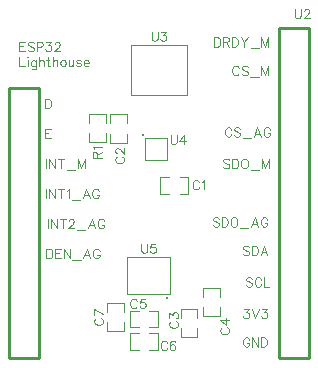
<source format=gbr>
G04 DipTrace 3.0.0.2*
G04 esp32-lighthouse-9dof-single-TopSilk.gbr*
%MOIN*%
G04 #@! TF.FileFunction,Legend,Top*
G04 #@! TF.Part,Single*
%ADD10C,0.009843*%
%ADD16C,0.003937*%
%ADD26C,0.009844*%
%ADD28C,0.008858*%
%ADD58C,0.004632*%
%FSLAX26Y26*%
G04*
G70*
G90*
G75*
G01*
G04 TopSilk*
%LPD*%
X68189Y97441D2*
D16*
X97717D1*
Y152559D1*
X68189D1*
X32756D2*
X3228D1*
Y97441D1*
X32756D1*
X-162559Y296811D2*
Y267283D1*
X-107441D1*
Y296811D1*
Y332244D2*
Y361772D1*
X-162559D1*
Y332244D1*
X127559Y-316811D2*
Y-287283D1*
X72441D1*
Y-316811D1*
Y-352244D2*
Y-381772D1*
X127559D1*
Y-352244D1*
X202559Y-246811D2*
Y-217283D1*
X147441D1*
Y-246811D1*
Y-282244D2*
Y-311772D1*
X202559D1*
Y-282244D1*
X-32283Y-348031D2*
X-2756D1*
Y-292913D1*
X-32283D1*
X-67717D2*
X-97244D1*
Y-348031D1*
X-67717D1*
X-32283Y-423031D2*
X-2756D1*
Y-367913D1*
X-32283D1*
X-67717D2*
X-97244D1*
Y-423031D1*
X-67717D1*
X-117441Y-296811D2*
Y-267283D1*
X-172559D1*
Y-296811D1*
Y-332244D2*
Y-361772D1*
X-117441D1*
Y-332244D1*
X-177441Y333189D2*
Y362717D1*
X-232559D1*
Y333189D1*
Y297756D2*
Y268228D1*
X-177441D1*
Y297756D1*
X-500002Y-450016D2*
D10*
X-400000D1*
Y450016D1*
X-500002D1*
Y-450016D1*
X500002Y649971D2*
X400000D1*
Y-449971D1*
X500002D1*
Y649971D1*
X-92510Y592677D2*
D16*
X92510D1*
Y427323D1*
X-92510D1*
Y592677D1*
X-46613Y281926D2*
X26614D1*
Y208701D1*
X-46613D1*
Y281926D1*
D26*
X-54290Y292557D3*
X35866Y-236022D2*
D16*
X-105866D1*
Y-113976D1*
X35866D1*
Y-236022D1*
D28*
X25527Y-251280D3*
X133004Y134330D2*
D58*
X131578Y137182D1*
X128693Y140067D1*
X125841Y141493D1*
X120104D1*
X117219Y140067D1*
X114367Y137182D1*
X112908Y134330D1*
X111482Y130019D1*
Y122823D1*
X112908Y118545D1*
X114367Y115660D1*
X117219Y112808D1*
X120104Y111349D1*
X125841D1*
X128693Y112808D1*
X131578Y115660D1*
X133004Y118545D1*
X142267Y135723D2*
X145152Y137182D1*
X149463Y141460D1*
Y111349D1*
X-139330Y220609D2*
X-142182Y219183D1*
X-145067Y216298D1*
X-146493Y213446D1*
Y207709D1*
X-145067Y204824D1*
X-142182Y201972D1*
X-139330Y200513D1*
X-135019Y199087D1*
X-127823D1*
X-123545Y200513D1*
X-120660Y201972D1*
X-117808Y204824D1*
X-116349Y207709D1*
Y213446D1*
X-117808Y216298D1*
X-120660Y219183D1*
X-123545Y220609D1*
X-139297Y231331D2*
X-140723D1*
X-143608Y232757D1*
X-145034Y234183D1*
X-146460Y237068D1*
Y242805D1*
X-145034Y245657D1*
X-143608Y247083D1*
X-140723Y248542D1*
X-137871D1*
X-134986Y247083D1*
X-130708Y244231D1*
X-116349Y229872D1*
Y249968D1*
X40670Y-328446D2*
X37818Y-329872D1*
X34933Y-332757D1*
X33507Y-335609D1*
Y-341346D1*
X34933Y-344231D1*
X37818Y-347083D1*
X40670Y-348542D1*
X44981Y-349968D1*
X52177D1*
X56455Y-348542D1*
X59340Y-347083D1*
X62192Y-344231D1*
X63651Y-341346D1*
Y-335609D1*
X62192Y-332757D1*
X59340Y-329872D1*
X56455Y-328446D1*
X33540Y-316298D2*
Y-300546D1*
X45014Y-309135D1*
Y-304824D1*
X46440Y-301972D1*
X47866Y-300546D1*
X52177Y-299087D1*
X55029D1*
X59340Y-300546D1*
X62225Y-303398D1*
X63651Y-307709D1*
Y-312020D1*
X62225Y-316298D1*
X60766Y-317724D1*
X57914Y-319183D1*
X210670Y-349159D2*
X207818Y-350585D1*
X204933Y-353470D1*
X203507Y-356322D1*
Y-362059D1*
X204933Y-364944D1*
X207818Y-367796D1*
X210670Y-369255D1*
X214981Y-370681D1*
X222177D1*
X226455Y-369255D1*
X229340Y-367796D1*
X232192Y-364944D1*
X233651Y-362059D1*
Y-356322D1*
X232192Y-353470D1*
X229340Y-350585D1*
X226455Y-349159D1*
X233651Y-325537D2*
X203540D1*
X223603Y-339896D1*
Y-318374D1*
X-73919Y-261142D2*
X-75345Y-258291D1*
X-78230Y-255405D1*
X-81082Y-253980D1*
X-86819D1*
X-89704Y-255405D1*
X-92556Y-258291D1*
X-94015Y-261142D1*
X-95441Y-265453D1*
Y-272650D1*
X-94015Y-276927D1*
X-92556Y-279813D1*
X-89704Y-282664D1*
X-86819Y-284124D1*
X-81082D1*
X-78230Y-282664D1*
X-75345Y-279813D1*
X-73919Y-276927D1*
X-47444Y-254013D2*
X-61770D1*
X-63196Y-266913D1*
X-61770Y-265487D1*
X-57459Y-264028D1*
X-53181D1*
X-48870Y-265487D1*
X-45985Y-268339D1*
X-44559Y-272650D1*
Y-275501D1*
X-45985Y-279813D1*
X-48870Y-282698D1*
X-53181Y-284124D1*
X-57459D1*
X-61770Y-282698D1*
X-63196Y-281238D1*
X-64655Y-278387D1*
X26811Y-401142D2*
X25385Y-398291D1*
X22500Y-395405D1*
X19648Y-393980D1*
X13911D1*
X11026Y-395405D1*
X8174Y-398291D1*
X6715Y-401142D1*
X5289Y-405453D1*
Y-412650D1*
X6715Y-416927D1*
X8174Y-419813D1*
X11026Y-422664D1*
X13911Y-424124D1*
X19648D1*
X22500Y-422664D1*
X25385Y-419813D1*
X26811Y-416927D1*
X53285Y-398291D2*
X51859Y-395439D1*
X47548Y-394013D1*
X44696D1*
X40385Y-395439D1*
X37500Y-399750D1*
X36074Y-406913D1*
Y-414076D1*
X37500Y-419813D1*
X40385Y-422698D1*
X44696Y-424124D1*
X46122D1*
X50400Y-422698D1*
X53285Y-419813D1*
X54711Y-415501D1*
Y-414076D1*
X53285Y-409765D1*
X50400Y-406913D1*
X46122Y-405487D1*
X44696D1*
X40385Y-406913D1*
X37500Y-409765D1*
X36074Y-414076D1*
X-209330Y-318446D2*
X-212182Y-319872D1*
X-215067Y-322757D1*
X-216493Y-325609D1*
Y-331346D1*
X-215067Y-334231D1*
X-212182Y-337083D1*
X-209330Y-338542D1*
X-205019Y-339968D1*
X-197823D1*
X-193545Y-338542D1*
X-190660Y-337083D1*
X-187808Y-334231D1*
X-186349Y-331346D1*
Y-325609D1*
X-187808Y-322757D1*
X-190660Y-319872D1*
X-193545Y-318446D1*
X-186349Y-303446D2*
X-216460Y-289087D1*
Y-309183D1*
X-207134Y217195D2*
Y230095D1*
X-208593Y234406D1*
X-210019Y235865D1*
X-212871Y237291D1*
X-215756D1*
X-218608Y235865D1*
X-220067Y234406D1*
X-221493Y230095D1*
Y217195D1*
X-191349D1*
X-207134Y227243D2*
X-191349Y237291D1*
X-215723Y246554D2*
X-217182Y249439D1*
X-221460Y253750D1*
X-191349D1*
X452733Y712438D2*
Y690916D1*
X454159Y686605D1*
X457044Y683753D1*
X461355Y682294D1*
X464207D1*
X468518Y683753D1*
X471403Y686605D1*
X472829Y690916D1*
Y712438D1*
X483552Y705242D2*
Y706668D1*
X484977Y709553D1*
X486403Y710979D1*
X489288Y712405D1*
X495025D1*
X497877Y710979D1*
X499303Y709553D1*
X500762Y706668D1*
Y703816D1*
X499303Y700931D1*
X496451Y696653D1*
X482092Y682294D1*
X502188D1*
X-24728Y636611D2*
Y615089D1*
X-23302Y610778D1*
X-20417Y607926D1*
X-16106Y606467D1*
X-13254D1*
X-8943Y607926D1*
X-6058Y610778D1*
X-4632Y615089D1*
Y636611D1*
X7517Y636578D2*
X23269D1*
X14680Y625104D1*
X18991D1*
X21843Y623678D1*
X23269Y622252D1*
X24728Y617941D1*
Y615089D1*
X23269Y610778D1*
X20417Y607893D1*
X16106Y606467D1*
X11795D1*
X7517Y607893D1*
X6091Y609352D1*
X4632Y612204D1*
X38260Y291414D2*
Y269892D1*
X39686Y265581D1*
X42571Y262729D1*
X46882Y261270D1*
X49734D1*
X54045Y262729D1*
X56930Y265581D1*
X58356Y269892D1*
Y291414D1*
X81979Y261270D2*
Y291381D1*
X67620Y271318D1*
X89142D1*
X-59728Y-70043D2*
Y-91564D1*
X-58302Y-95876D1*
X-55417Y-98727D1*
X-51106Y-100187D1*
X-48254D1*
X-43943Y-98727D1*
X-41058Y-95876D1*
X-39632Y-91564D1*
Y-70043D1*
X-13157Y-70076D2*
X-27483D1*
X-28909Y-82976D1*
X-27483Y-81550D1*
X-23172Y-80091D1*
X-18894D1*
X-14583Y-81550D1*
X-11698Y-84402D1*
X-10272Y-88713D1*
Y-91564D1*
X-11698Y-95876D1*
X-14583Y-98761D1*
X-18894Y-100187D1*
X-23172D1*
X-27483Y-98761D1*
X-28909Y-97301D1*
X-30368Y-94450D1*
X-375403Y-87456D2*
Y-117600D1*
X-365355D1*
X-361044Y-116141D1*
X-358159Y-113289D1*
X-356733Y-110404D1*
X-355307Y-106126D1*
Y-98930D1*
X-356733Y-94619D1*
X-358159Y-91767D1*
X-361044Y-88882D1*
X-365355Y-87456D1*
X-375403D1*
X-327407D2*
X-346044D1*
Y-117600D1*
X-327407D1*
X-346044Y-101815D2*
X-334570D1*
X-298047Y-87456D2*
Y-117600D1*
X-318143Y-87456D1*
Y-117600D1*
X-288784Y-122574D2*
X-261525D1*
X-229280Y-117600D2*
X-240787Y-87456D1*
X-252261Y-117600D1*
X-247950Y-107552D2*
X-233591D1*
X-198495Y-94619D2*
X-199921Y-91767D1*
X-202806Y-88882D1*
X-205658Y-87456D1*
X-211395D1*
X-214280Y-88882D1*
X-217132Y-91767D1*
X-218591Y-94619D1*
X-220017Y-98930D1*
Y-106126D1*
X-218591Y-110404D1*
X-217132Y-113289D1*
X-214280Y-116141D1*
X-211395Y-117600D1*
X-205658D1*
X-202806Y-116141D1*
X-199921Y-113289D1*
X-198495Y-110404D1*
Y-106126D1*
X-205658D1*
X-370403Y12544D2*
Y-17600D1*
X-341044Y12544D2*
Y-17600D1*
X-361140Y12544D1*
Y-17600D1*
X-321732Y12544D2*
Y-17600D1*
X-331780Y12544D2*
X-311684D1*
X-300962Y5348D2*
Y6774D1*
X-299536Y9659D1*
X-298110Y11085D1*
X-295225Y12511D1*
X-289488D1*
X-286636Y11085D1*
X-285210Y9659D1*
X-283751Y6774D1*
Y3922D1*
X-285210Y1037D1*
X-288062Y-3241D1*
X-302421Y-17600D1*
X-282325D1*
X-273061Y-22574D2*
X-245802D1*
X-213558Y-17600D2*
X-225065Y12544D1*
X-236539Y-17600D1*
X-232228Y-7552D2*
X-217869D1*
X-182772Y5381D2*
X-184198Y8233D1*
X-187083Y11118D1*
X-189935Y12544D1*
X-195672D1*
X-198557Y11118D1*
X-201409Y8233D1*
X-202868Y5381D1*
X-204294Y1070D1*
Y-6126D1*
X-202868Y-10404D1*
X-201409Y-13289D1*
X-198557Y-16141D1*
X-195672Y-17600D1*
X-189935D1*
X-187083Y-16141D1*
X-184198Y-13289D1*
X-182772Y-10404D1*
Y-6126D1*
X-189935D1*
X-375403Y112544D2*
Y82400D1*
X-346044Y112544D2*
Y82400D1*
X-366140Y112544D1*
Y82400D1*
X-326732Y112544D2*
Y82400D1*
X-336780Y112544D2*
X-316684D1*
X-307421Y106774D2*
X-304536Y108233D1*
X-300225Y112511D1*
Y82400D1*
X-290961Y77426D2*
X-263702D1*
X-231457Y82400D2*
X-242965Y112544D1*
X-254439Y82400D1*
X-250127Y92448D2*
X-235768D1*
X-200672Y105381D2*
X-202098Y108233D1*
X-204983Y111118D1*
X-207835Y112544D1*
X-213572D1*
X-216457Y111118D1*
X-219309Y108233D1*
X-220768Y105381D1*
X-222194Y101070D1*
Y93874D1*
X-220768Y89596D1*
X-219309Y86711D1*
X-216457Y83859D1*
X-213572Y82400D1*
X-207835D1*
X-204983Y83859D1*
X-202098Y86711D1*
X-200672Y89596D1*
Y93874D1*
X-207835D1*
X-375403Y212544D2*
Y182400D1*
X-346044Y212544D2*
Y182400D1*
X-366140Y212544D1*
Y182400D1*
X-326732Y212544D2*
Y182400D1*
X-336780Y212544D2*
X-316684D1*
X-307421Y177426D2*
X-280162D1*
X-247950Y182400D2*
Y212544D1*
X-259424Y182400D1*
X-270898Y212544D1*
Y182400D1*
X-361766Y312544D2*
X-380403D1*
Y282400D1*
X-361766D1*
X-380403Y298185D2*
X-368929D1*
X-380403Y412544D2*
Y382400D1*
X-370355D1*
X-366044Y383859D1*
X-363159Y386711D1*
X-361733Y389596D1*
X-360307Y393874D1*
Y401070D1*
X-361733Y405381D1*
X-363159Y408233D1*
X-366044Y411118D1*
X-370355Y412544D1*
X-380403D1*
X184597Y617544D2*
Y587400D1*
X194645D1*
X198956Y588859D1*
X201841Y591711D1*
X203267Y594596D1*
X204693Y598874D1*
Y606070D1*
X203267Y610381D1*
X201841Y613233D1*
X198956Y616118D1*
X194645Y617544D1*
X184597D1*
X213956Y603185D2*
X226856D1*
X231167Y604644D1*
X232626Y606070D1*
X234052Y608922D1*
Y611807D1*
X232626Y614659D1*
X231167Y616118D1*
X226856Y617544D1*
X213956D1*
Y587400D1*
X224004Y603185D2*
X234052Y587400D1*
X243316Y617544D2*
Y587400D1*
X253364D1*
X257675Y588859D1*
X260560Y591711D1*
X261986Y594596D1*
X263412Y598874D1*
Y606070D1*
X261986Y610381D1*
X260560Y613233D1*
X257675Y616118D1*
X253364Y617544D1*
X243316D1*
X272675D2*
X284149Y603185D1*
Y587400D1*
X295623Y617544D2*
X284149Y603185D1*
X304887Y582426D2*
X332146D1*
X364357Y587400D2*
Y617544D1*
X352883Y587400D1*
X341409Y617544D1*
Y587400D1*
X266119Y515381D2*
X264693Y518233D1*
X261808Y521118D1*
X258956Y522544D1*
X253219D1*
X250334Y521118D1*
X247482Y518233D1*
X246023Y515381D1*
X244597Y511070D1*
Y503874D1*
X246023Y499596D1*
X247482Y496711D1*
X250334Y493859D1*
X253219Y492400D1*
X258956D1*
X261808Y493859D1*
X264693Y496711D1*
X266119Y499596D1*
X295478Y518233D2*
X292626Y521118D1*
X288315Y522544D1*
X282578D1*
X278267Y521118D1*
X275382Y518233D1*
Y515381D1*
X276841Y512496D1*
X278267Y511070D1*
X281119Y509644D1*
X289741Y506759D1*
X292626Y505333D1*
X294052Y503874D1*
X295478Y501022D1*
Y496711D1*
X292626Y493859D1*
X288315Y492400D1*
X282578D1*
X278267Y493859D1*
X275382Y496711D1*
X304742Y487426D2*
X332001D1*
X364212Y492400D2*
Y522544D1*
X352738Y492400D1*
X341264Y522544D1*
Y492400D1*
X241119Y310381D2*
X239693Y313233D1*
X236808Y316118D1*
X233956Y317544D1*
X228219D1*
X225334Y316118D1*
X222482Y313233D1*
X221023Y310381D1*
X219597Y306070D1*
Y298874D1*
X221023Y294596D1*
X222482Y291711D1*
X225334Y288859D1*
X228219Y287400D1*
X233956D1*
X236808Y288859D1*
X239693Y291711D1*
X241119Y294596D1*
X270478Y313233D2*
X267626Y316118D1*
X263315Y317544D1*
X257578D1*
X253267Y316118D1*
X250382Y313233D1*
Y310381D1*
X251841Y307496D1*
X253267Y306070D1*
X256119Y304644D1*
X264741Y301759D1*
X267626Y300333D1*
X269052Y298874D1*
X270478Y296022D1*
Y291711D1*
X267626Y288859D1*
X263315Y287400D1*
X257578D1*
X253267Y288859D1*
X250382Y291711D1*
X279742Y282426D2*
X307001D1*
X339245Y287400D2*
X327738Y317544D1*
X316264Y287400D1*
X320575Y297448D2*
X334934D1*
X370031Y310381D2*
X368605Y313233D1*
X365720Y316118D1*
X362868Y317544D1*
X357131D1*
X354246Y316118D1*
X351394Y313233D1*
X349935Y310381D1*
X348509Y306070D1*
Y298874D1*
X349935Y294596D1*
X351394Y291711D1*
X354246Y288859D1*
X357131Y287400D1*
X362868D1*
X365720Y288859D1*
X368605Y291711D1*
X370031Y294596D1*
Y298874D1*
X362868D1*
X234693Y208233D2*
X231841Y211118D1*
X227530Y212544D1*
X221793D1*
X217482Y211118D1*
X214597Y208233D1*
Y205381D1*
X216056Y202496D1*
X217482Y201070D1*
X220334Y199644D1*
X228956Y196759D1*
X231841Y195333D1*
X233267Y193874D1*
X234693Y191022D1*
Y186711D1*
X231841Y183859D1*
X227530Y182400D1*
X221793D1*
X217482Y183859D1*
X214597Y186711D1*
X243956Y212544D2*
Y182400D1*
X254004D1*
X258315Y183859D1*
X261200Y186711D1*
X262626Y189596D1*
X264052Y193874D1*
Y201070D1*
X262626Y205381D1*
X261200Y208233D1*
X258315Y211118D1*
X254004Y212544D1*
X243956D1*
X281938D2*
X279053Y211118D1*
X276201Y208233D1*
X274742Y205381D1*
X273316Y201070D1*
Y193874D1*
X274742Y189596D1*
X276201Y186711D1*
X279053Y183859D1*
X281938Y182400D1*
X287675D1*
X290527Y183859D1*
X293412Y186711D1*
X294838Y189596D1*
X296264Y193874D1*
Y201070D1*
X294838Y205381D1*
X293412Y208233D1*
X290527Y211118D1*
X287675Y212544D1*
X281938D1*
X305527Y177426D2*
X332786D1*
X364998Y182400D2*
Y212544D1*
X353524Y182400D1*
X342050Y212544D1*
Y182400D1*
X199693Y13233D2*
X196841Y16118D1*
X192530Y17544D1*
X186793D1*
X182482Y16118D1*
X179597Y13233D1*
Y10381D1*
X181056Y7496D1*
X182482Y6070D1*
X185334Y4644D1*
X193956Y1759D1*
X196841Y333D1*
X198267Y-1126D1*
X199693Y-3978D1*
Y-8289D1*
X196841Y-11141D1*
X192530Y-12600D1*
X186793D1*
X182482Y-11141D1*
X179597Y-8289D1*
X208956Y17544D2*
Y-12600D1*
X219004D1*
X223315Y-11141D1*
X226200Y-8289D1*
X227626Y-5404D1*
X229052Y-1126D1*
Y6070D1*
X227626Y10381D1*
X226200Y13233D1*
X223315Y16118D1*
X219004Y17544D1*
X208956D1*
X246938D2*
X244053Y16118D1*
X241201Y13233D1*
X239742Y10381D1*
X238316Y6070D1*
Y-1126D1*
X239742Y-5404D1*
X241201Y-8289D1*
X244053Y-11141D1*
X246938Y-12600D1*
X252675D1*
X255527Y-11141D1*
X258412Y-8289D1*
X259838Y-5404D1*
X261264Y-1126D1*
Y6070D1*
X259838Y10381D1*
X258412Y13233D1*
X255527Y16118D1*
X252675Y17544D1*
X246938D1*
X270527Y-17574D2*
X297786D1*
X330031Y-12600D2*
X318524Y17544D1*
X307050Y-12600D1*
X311361Y-2552D2*
X325720D1*
X360816Y10381D2*
X359390Y13233D1*
X356505Y16118D1*
X353653Y17544D1*
X347916D1*
X345031Y16118D1*
X342179Y13233D1*
X340720Y10381D1*
X339294Y6070D1*
Y-1126D1*
X340720Y-5404D1*
X342179Y-8289D1*
X345031Y-11141D1*
X347916Y-12600D1*
X353653D1*
X356505Y-11141D1*
X359390Y-8289D1*
X360816Y-5404D1*
Y-1126D1*
X353653D1*
X299693Y-81767D2*
X296841Y-78882D1*
X292530Y-77456D1*
X286793D1*
X282482Y-78882D1*
X279597Y-81767D1*
Y-84619D1*
X281056Y-87504D1*
X282482Y-88930D1*
X285334Y-90356D1*
X293956Y-93241D1*
X296841Y-94667D1*
X298267Y-96126D1*
X299693Y-98978D1*
Y-103289D1*
X296841Y-106141D1*
X292530Y-107600D1*
X286793D1*
X282482Y-106141D1*
X279597Y-103289D1*
X308956Y-77456D2*
Y-107600D1*
X319004D1*
X323315Y-106141D1*
X326200Y-103289D1*
X327626Y-100404D1*
X329052Y-96126D1*
Y-88930D1*
X327626Y-84619D1*
X326200Y-81767D1*
X323315Y-78882D1*
X319004Y-77456D1*
X308956D1*
X361297Y-107600D2*
X349790Y-77456D1*
X338316Y-107600D1*
X342627Y-97552D2*
X356986D1*
X309693Y-186767D2*
X306841Y-183882D1*
X302530Y-182456D1*
X296793D1*
X292482Y-183882D1*
X289597Y-186767D1*
Y-189619D1*
X291056Y-192504D1*
X292482Y-193930D1*
X295334Y-195356D1*
X303956Y-198241D1*
X306841Y-199667D1*
X308267Y-201126D1*
X309693Y-203978D1*
Y-208289D1*
X306841Y-211141D1*
X302530Y-212600D1*
X296793D1*
X292482Y-211141D1*
X289597Y-208289D1*
X340478Y-189619D2*
X339052Y-186767D1*
X336167Y-183882D1*
X333315Y-182456D1*
X327578D1*
X324693Y-183882D1*
X321841Y-186767D1*
X320382Y-189619D1*
X318956Y-193930D1*
Y-201126D1*
X320382Y-205404D1*
X321841Y-208289D1*
X324693Y-211141D1*
X327578Y-212600D1*
X333315D1*
X336167Y-211141D1*
X339052Y-208289D1*
X340478Y-205404D1*
X349742Y-182456D2*
Y-212600D1*
X366953D1*
X282482Y-287489D2*
X298234D1*
X289645Y-298963D1*
X293956D1*
X296808Y-300389D1*
X298234Y-301815D1*
X299693Y-306126D1*
Y-308978D1*
X298234Y-313289D1*
X295382Y-316174D1*
X291071Y-317600D1*
X286760D1*
X282482Y-316174D1*
X281056Y-314715D1*
X279597Y-311863D1*
X308956Y-287456D2*
X320430Y-317600D1*
X331904Y-287456D1*
X344053Y-287489D2*
X359805D1*
X351216Y-298963D1*
X355527D1*
X358379Y-300389D1*
X359805Y-301815D1*
X361264Y-306126D1*
Y-308978D1*
X359805Y-313289D1*
X356953Y-316174D1*
X352642Y-317600D1*
X348331D1*
X344053Y-316174D1*
X342627Y-314715D1*
X341168Y-311863D1*
X301119Y-389619D2*
X299693Y-386767D1*
X296808Y-383882D1*
X293956Y-382456D1*
X288219D1*
X285334Y-383882D1*
X282482Y-386767D1*
X281023Y-389619D1*
X279597Y-393930D1*
Y-401126D1*
X281023Y-405404D1*
X282482Y-408289D1*
X285334Y-411141D1*
X288219Y-412600D1*
X293956D1*
X296808Y-411141D1*
X299693Y-408289D1*
X301119Y-405404D1*
Y-401126D1*
X293956D1*
X330478Y-382456D2*
Y-412600D1*
X310382Y-382456D1*
Y-412600D1*
X339742Y-382456D2*
Y-412600D1*
X349790D1*
X354101Y-411141D1*
X356986Y-408289D1*
X358412Y-405404D1*
X359838Y-401126D1*
Y-393930D1*
X358412Y-389619D1*
X356986Y-386767D1*
X354101Y-383882D1*
X349790Y-382456D1*
X339742D1*
X-446767Y602544D2*
X-465404D1*
Y572400D1*
X-446767D1*
X-465404Y588185D2*
X-453930D1*
X-417407Y598233D2*
X-420259Y601118D1*
X-424570Y602544D1*
X-430307D1*
X-434618Y601118D1*
X-437503Y598233D1*
Y595381D1*
X-436044Y592496D1*
X-434618Y591070D1*
X-431766Y589644D1*
X-423144Y586759D1*
X-420259Y585333D1*
X-418833Y583874D1*
X-417407Y581022D1*
Y576711D1*
X-420259Y573860D1*
X-424570Y572400D1*
X-430307D1*
X-434618Y573860D1*
X-437503Y576711D1*
X-408144Y586759D2*
X-395211D1*
X-390933Y588185D1*
X-389474Y589644D1*
X-388048Y592496D1*
Y596807D1*
X-389474Y599659D1*
X-390933Y601118D1*
X-395211Y602544D1*
X-408144D1*
Y572400D1*
X-375899Y602511D2*
X-360147D1*
X-368736Y591037D1*
X-364425D1*
X-361573Y589611D1*
X-360147Y588185D1*
X-358688Y583874D1*
Y581022D1*
X-360147Y576711D1*
X-362999Y573826D1*
X-367310Y572400D1*
X-371621D1*
X-375899Y573826D1*
X-377325Y575285D1*
X-378784Y578137D1*
X-347966Y595348D2*
Y596774D1*
X-346540Y599659D1*
X-345114Y601085D1*
X-342229Y602511D1*
X-336492D1*
X-333640Y601085D1*
X-332214Y599659D1*
X-330755Y596774D1*
Y593922D1*
X-332214Y591037D1*
X-335066Y586759D1*
X-349425Y572400D1*
X-329329D1*
X-465403Y552544D2*
Y522400D1*
X-448192D1*
X-438929Y552544D2*
X-437503Y551118D1*
X-436044Y552544D1*
X-437503Y554003D1*
X-438929Y552544D1*
X-437503Y542496D2*
Y522400D1*
X-409569Y541070D2*
Y518089D1*
X-410995Y513811D1*
X-412421Y512352D1*
X-415306Y510926D1*
X-419617D1*
X-422469Y512352D1*
X-409569Y536759D2*
X-412421Y539611D1*
X-415306Y541070D1*
X-419617D1*
X-422469Y539611D1*
X-425354Y536759D1*
X-426780Y532448D1*
Y529563D1*
X-425354Y525285D1*
X-422469Y522400D1*
X-419617Y520974D1*
X-415306D1*
X-412421Y522400D1*
X-409569Y525285D1*
X-400306Y552544D2*
Y522400D1*
Y536759D2*
X-395995Y541070D1*
X-393110Y542496D1*
X-388799D1*
X-385947Y541070D1*
X-384521Y536759D1*
Y522400D1*
X-370946Y552544D2*
Y528137D1*
X-369520Y523859D1*
X-366635Y522400D1*
X-363783D1*
X-375257Y542496D2*
X-365209D1*
X-354520Y552544D2*
Y522400D1*
Y536759D2*
X-350209Y541070D1*
X-347324Y542496D1*
X-343013D1*
X-340161Y541070D1*
X-338735Y536759D1*
Y522400D1*
X-322308Y542496D2*
X-325160Y541070D1*
X-328045Y538185D1*
X-329471Y533874D1*
Y531022D1*
X-328045Y526711D1*
X-325160Y523859D1*
X-322308Y522400D1*
X-317997D1*
X-315112Y523859D1*
X-312260Y526711D1*
X-310801Y531022D1*
Y533874D1*
X-312260Y538185D1*
X-315112Y541070D1*
X-317997Y542496D1*
X-322308D1*
X-301538D2*
Y528137D1*
X-300112Y523859D1*
X-297227Y522400D1*
X-292915D1*
X-290064Y523859D1*
X-285753Y528137D1*
Y542496D2*
Y522400D1*
X-260704Y538185D2*
X-262130Y541070D1*
X-266441Y542496D1*
X-270752D1*
X-275063Y541070D1*
X-276489Y538185D1*
X-275063Y535333D1*
X-272178Y533874D1*
X-265015Y532448D1*
X-262130Y531022D1*
X-260704Y528137D1*
Y526711D1*
X-262130Y523859D1*
X-266441Y522400D1*
X-270752D1*
X-275063Y523859D1*
X-276489Y526711D1*
X-251440Y533874D2*
X-234230D1*
Y536759D1*
X-235656Y539644D1*
X-237081Y541070D1*
X-239967Y542496D1*
X-244278D1*
X-247129Y541070D1*
X-250015Y538185D1*
X-251440Y533874D1*
Y531022D1*
X-250015Y526711D1*
X-247129Y523859D1*
X-244278Y522400D1*
X-239967D1*
X-237081Y523859D1*
X-234230Y526711D1*
M02*

</source>
